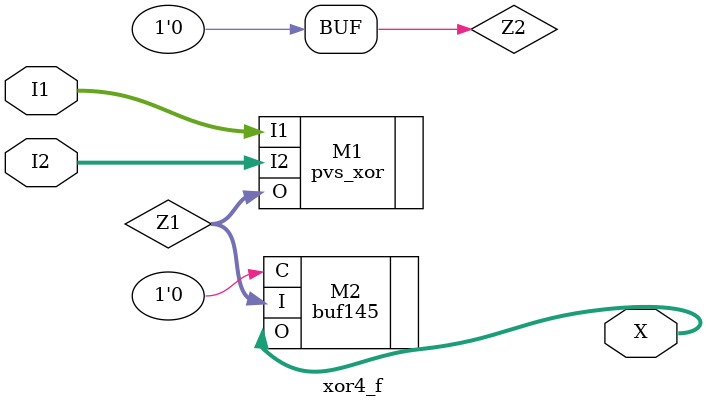
<source format=v>
module xor4_f (I1,I2,X); // xor gate for the final circuit
  input[3:0] I1,I2;
  output[4:0] X;
  wire[3:0] Z1;
  assign Z2 = 1'b0; // importing 4-bit or gate and concatenation buffer
  pvs_xor M1 (
   .I1(I1),
   .I2(I2),
   .O(Z1)
   );
  buf145 M2 (
   .C(Z2),
   .I(Z1),
   .O(X)
   );
 endmodule


</source>
